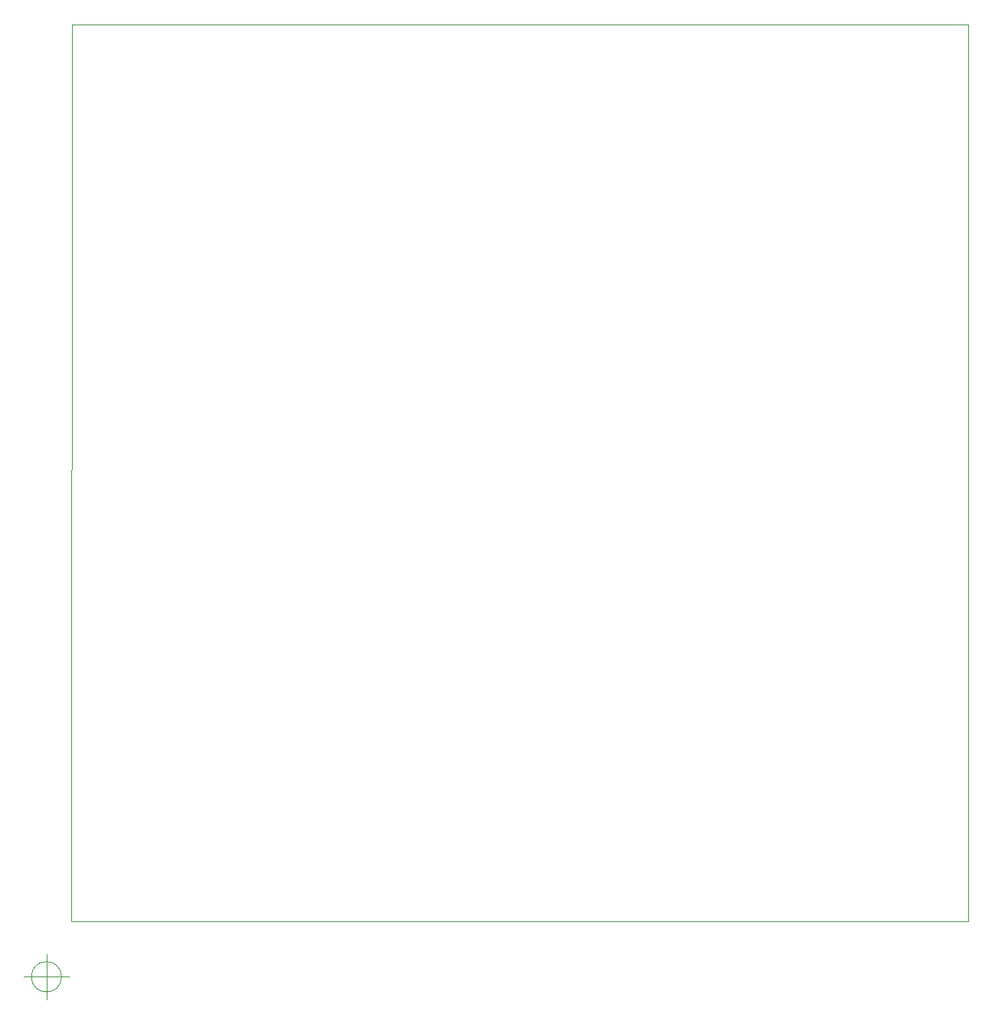
<source format=gbr>
%TF.GenerationSoftware,KiCad,Pcbnew,6.0.7-f9a2dced07~116~ubuntu20.04.1*%
%TF.CreationDate,2022-11-24T17:15:52+00:00*%
%TF.ProjectId,testing_board,74657374-696e-4675-9f62-6f6172642e6b,rev?*%
%TF.SameCoordinates,Original*%
%TF.FileFunction,Profile,NP*%
%FSLAX46Y46*%
G04 Gerber Fmt 4.6, Leading zero omitted, Abs format (unit mm)*
G04 Created by KiCad (PCBNEW 6.0.7-f9a2dced07~116~ubuntu20.04.1) date 2022-11-24 17:15:52*
%MOMM*%
%LPD*%
G01*
G04 APERTURE LIST*
%TA.AperFunction,Profile*%
%ADD10C,0.050000*%
%TD*%
G04 APERTURE END LIST*
D10*
X135890000Y-20320000D02*
X36830000Y-20320000D01*
X135890000Y-119380000D02*
X135890000Y-20320000D01*
X36810000Y-119380000D02*
X135890000Y-119360000D01*
X36830000Y-20300000D02*
X36810000Y-119380000D01*
X35702666Y-125476000D02*
G75*
G03*
X35702666Y-125476000I-1666666J0D01*
G01*
X31536000Y-125476000D02*
X36536000Y-125476000D01*
X34036000Y-122976000D02*
X34036000Y-127976000D01*
M02*

</source>
